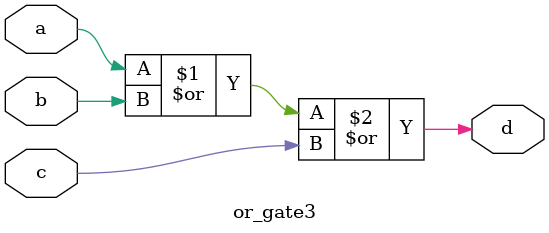
<source format=v>
`timescale 1ns / 1ps
module or_gate3(
    input a,
    input b,
    input c,
    output d
    );

	assign d = a | b | c;
endmodule

</source>
